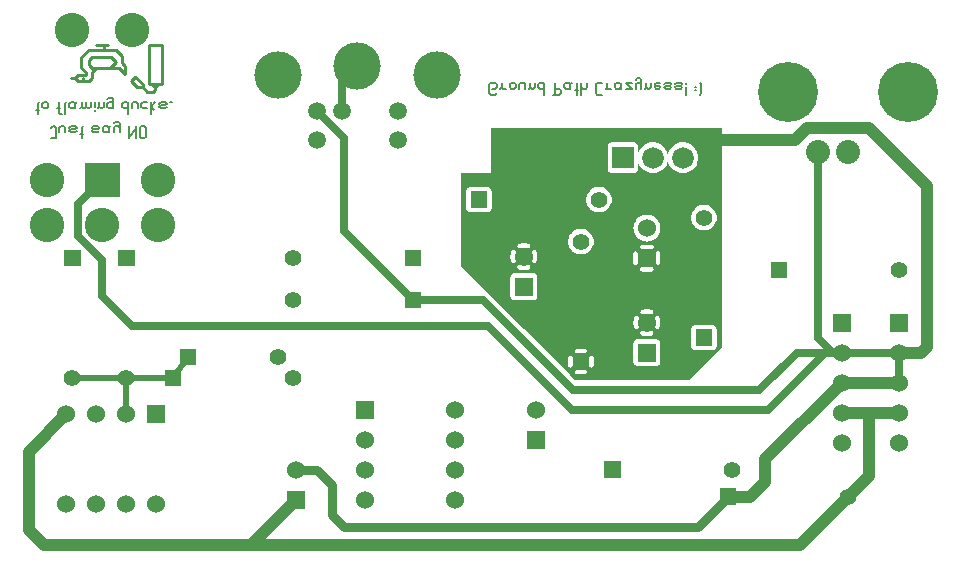
<source format=gbr>
G04 start of page 3 for group 1 idx 1 *
G04 Title: (unknown), solder *
G04 Creator: pcb 20110918 *
G04 CreationDate: Fri Dec 20 22:34:44 2013 UTC *
G04 For: fosse *
G04 Format: Gerber/RS-274X *
G04 PCB-Dimensions: 316500 193500 *
G04 PCB-Coordinate-Origin: lower left *
%MOIN*%
%FSLAX25Y25*%
%LNBOTTOM*%
%ADD52C,0.1250*%
%ADD51C,0.0280*%
%ADD50C,0.0380*%
%ADD49C,0.0420*%
%ADD48C,0.0350*%
%ADD47C,0.0860*%
%ADD46C,0.0591*%
%ADD45C,0.1575*%
%ADD44C,0.1150*%
%ADD43C,0.0550*%
%ADD42C,0.0600*%
%ADD41C,0.0720*%
%ADD40C,0.0800*%
%ADD39C,0.2000*%
%ADD38C,0.0070*%
%ADD37C,0.0300*%
%ADD36C,0.0090*%
%ADD35C,0.0100*%
%ADD34C,0.0250*%
%ADD33C,0.0200*%
%ADD32C,0.0400*%
%ADD31C,0.0001*%
G54D31*G36*
X232493Y144466D02*X232528Y144029D01*
X232638Y143570D01*
X232819Y143134D01*
X233065Y142731D01*
X233372Y142372D01*
X233731Y142065D01*
X234134Y141819D01*
X234570Y141638D01*
X235029Y141528D01*
X235500Y141500D01*
X238500D01*
Y75500D01*
X232493Y69493D01*
Y74257D01*
X235485Y74264D01*
X235715Y74319D01*
X235933Y74409D01*
X236134Y74533D01*
X236314Y74686D01*
X236467Y74866D01*
X236591Y75067D01*
X236681Y75285D01*
X236736Y75515D01*
X236750Y75750D01*
X236736Y81485D01*
X236681Y81715D01*
X236591Y81933D01*
X236467Y82134D01*
X236314Y82314D01*
X236134Y82467D01*
X235933Y82591D01*
X235715Y82681D01*
X235485Y82736D01*
X235250Y82750D01*
X232493Y82743D01*
Y114237D01*
X232500Y114237D01*
X233167Y114289D01*
X233817Y114446D01*
X234435Y114702D01*
X235006Y115051D01*
X235514Y115486D01*
X235949Y115994D01*
X236298Y116565D01*
X236554Y117183D01*
X236711Y117833D01*
X236750Y118500D01*
X236711Y119167D01*
X236554Y119817D01*
X236298Y120435D01*
X235949Y121006D01*
X235514Y121514D01*
X235006Y121949D01*
X234435Y122298D01*
X233817Y122554D01*
X233167Y122711D01*
X232500Y122763D01*
X232493Y122763D01*
Y144466D01*
G37*
G36*
Y148500D02*X238500D01*
Y147500D01*
X235500D01*
X235029Y147472D01*
X234570Y147362D01*
X234134Y147181D01*
X233731Y146935D01*
X233372Y146628D01*
X233065Y146269D01*
X232819Y145866D01*
X232638Y145430D01*
X232528Y144971D01*
X232493Y144534D01*
Y148500D01*
G37*
G36*
X217250D02*X232493D01*
Y144534D01*
X232491Y144500D01*
X232493Y144466D01*
Y122763D01*
X231833Y122711D01*
X231183Y122554D01*
X230565Y122298D01*
X229994Y121949D01*
X229486Y121514D01*
X229051Y121006D01*
X228702Y120435D01*
X228446Y119817D01*
X228289Y119167D01*
X228237Y118500D01*
X228289Y117833D01*
X228446Y117183D01*
X228702Y116565D01*
X229051Y115994D01*
X229486Y115486D01*
X229994Y115051D01*
X230565Y114702D01*
X231183Y114446D01*
X231833Y114289D01*
X232493Y114237D01*
Y82743D01*
X229515Y82736D01*
X229285Y82681D01*
X229067Y82591D01*
X228866Y82467D01*
X228686Y82314D01*
X228533Y82134D01*
X228409Y81933D01*
X228319Y81715D01*
X228264Y81485D01*
X228250Y81250D01*
X228264Y75515D01*
X228319Y75285D01*
X228409Y75067D01*
X228533Y74866D01*
X228686Y74686D01*
X228866Y74533D01*
X229067Y74409D01*
X229285Y74319D01*
X229515Y74264D01*
X229750Y74250D01*
X232493Y74257D01*
Y69493D01*
X227500Y64500D01*
X217250D01*
Y69200D01*
X217384Y69283D01*
X217564Y69436D01*
X217717Y69616D01*
X217841Y69817D01*
X217931Y70035D01*
X217986Y70265D01*
X218000Y70500D01*
X217986Y76735D01*
X217931Y76965D01*
X217841Y77183D01*
X217717Y77384D01*
X217564Y77564D01*
X217384Y77717D01*
X217250Y77800D01*
Y81391D01*
X217268Y81397D01*
X217373Y81452D01*
X217468Y81522D01*
X217551Y81606D01*
X217619Y81702D01*
X217670Y81808D01*
X217818Y82216D01*
X217922Y82637D01*
X217984Y83067D01*
X218005Y83500D01*
X217984Y83933D01*
X217922Y84363D01*
X217818Y84784D01*
X217675Y85194D01*
X217622Y85300D01*
X217553Y85396D01*
X217470Y85481D01*
X217375Y85551D01*
X217269Y85606D01*
X217250Y85612D01*
Y102748D01*
X217368Y102757D01*
X217482Y102785D01*
X217592Y102830D01*
X217692Y102891D01*
X217782Y102968D01*
X217859Y103058D01*
X217920Y103158D01*
X217965Y103268D01*
X217993Y103382D01*
X218000Y103500D01*
Y106500D01*
X217993Y106618D01*
X217965Y106732D01*
X217920Y106842D01*
X217859Y106942D01*
X217782Y107032D01*
X217692Y107109D01*
X217592Y107170D01*
X217482Y107215D01*
X217368Y107243D01*
X217250Y107252D01*
Y112507D01*
X217522Y112951D01*
X217793Y113605D01*
X217958Y114294D01*
X218000Y115000D01*
X217958Y115706D01*
X217793Y116395D01*
X217522Y117049D01*
X217250Y117493D01*
Y133705D01*
X217822Y133942D01*
X218507Y134361D01*
X219117Y134883D01*
X219639Y135493D01*
X220058Y136178D01*
X220365Y136919D01*
X220500Y137480D01*
X220635Y136919D01*
X220942Y136178D01*
X221361Y135493D01*
X221883Y134883D01*
X222493Y134361D01*
X223178Y133942D01*
X223919Y133635D01*
X224700Y133447D01*
X225500Y133384D01*
X226300Y133447D01*
X227081Y133635D01*
X227822Y133942D01*
X228507Y134361D01*
X229117Y134883D01*
X229639Y135493D01*
X230058Y136178D01*
X230365Y136919D01*
X230553Y137700D01*
X230600Y138500D01*
X230553Y139300D01*
X230365Y140081D01*
X230058Y140822D01*
X229639Y141507D01*
X229117Y142117D01*
X228507Y142639D01*
X227822Y143058D01*
X227081Y143365D01*
X226300Y143553D01*
X225500Y143616D01*
X224700Y143553D01*
X223919Y143365D01*
X223178Y143058D01*
X222493Y142639D01*
X221883Y142117D01*
X221361Y141507D01*
X220942Y140822D01*
X220635Y140081D01*
X220500Y139520D01*
X220365Y140081D01*
X220058Y140822D01*
X219639Y141507D01*
X219117Y142117D01*
X218507Y142639D01*
X217822Y143058D01*
X217250Y143295D01*
Y148500D01*
G37*
G36*
Y117493D02*X217152Y117653D01*
X216692Y118192D01*
X216153Y118652D01*
X215549Y119022D01*
X215500Y119042D01*
Y133384D01*
X216300Y133447D01*
X217081Y133635D01*
X217250Y133705D01*
Y117493D01*
G37*
G36*
Y77800D02*X217183Y77841D01*
X216965Y77931D01*
X216735Y77986D01*
X216500Y78000D01*
X215500Y77998D01*
Y79556D01*
X215551Y79625D01*
X215606Y79731D01*
X215643Y79843D01*
X215663Y79960D01*
X215664Y80079D01*
X215646Y80196D01*
X215610Y80309D01*
X215557Y80415D01*
X215500Y80495D01*
Y86511D01*
X215554Y86587D01*
X215607Y86692D01*
X215643Y86805D01*
X215660Y86921D01*
X215659Y87039D01*
X215640Y87156D01*
X215603Y87268D01*
X215548Y87373D01*
X215500Y87438D01*
Y100691D01*
X215532Y100718D01*
X215609Y100808D01*
X215670Y100908D01*
X215715Y101018D01*
X215743Y101132D01*
X215752Y101250D01*
X215743Y101368D01*
X215715Y101482D01*
X215670Y101592D01*
X215609Y101692D01*
X215532Y101782D01*
X215500Y101809D01*
Y108191D01*
X215532Y108218D01*
X215609Y108308D01*
X215670Y108408D01*
X215715Y108518D01*
X215743Y108632D01*
X215752Y108750D01*
X215743Y108868D01*
X215715Y108982D01*
X215670Y109092D01*
X215609Y109192D01*
X215532Y109282D01*
X215500Y109309D01*
Y110958D01*
X215549Y110978D01*
X216153Y111348D01*
X216692Y111808D01*
X217152Y112347D01*
X217250Y112507D01*
Y107252D01*
X217132Y107243D01*
X217018Y107215D01*
X216908Y107170D01*
X216808Y107109D01*
X216718Y107032D01*
X216641Y106942D01*
X216580Y106842D01*
X216535Y106732D01*
X216507Y106618D01*
X216500Y106500D01*
Y103500D01*
X216507Y103382D01*
X216535Y103268D01*
X216580Y103158D01*
X216641Y103058D01*
X216718Y102968D01*
X216808Y102891D01*
X216908Y102830D01*
X217018Y102785D01*
X217132Y102757D01*
X217250Y102748D01*
Y85612D01*
X217157Y85643D01*
X217040Y85663D01*
X216921Y85664D01*
X216804Y85646D01*
X216691Y85610D01*
X216585Y85557D01*
X216488Y85488D01*
X216404Y85405D01*
X216333Y85309D01*
X216279Y85204D01*
X216241Y85092D01*
X216222Y84975D01*
X216221Y84856D01*
X216239Y84739D01*
X216277Y84626D01*
X216376Y84355D01*
X216444Y84075D01*
X216486Y83789D01*
X216500Y83500D01*
X216486Y83211D01*
X216444Y82925D01*
X216376Y82645D01*
X216280Y82372D01*
X216242Y82261D01*
X216225Y82144D01*
X216225Y82026D01*
X216245Y81909D01*
X216282Y81797D01*
X216336Y81693D01*
X216406Y81598D01*
X216491Y81515D01*
X216587Y81446D01*
X216692Y81393D01*
X216805Y81357D01*
X216921Y81340D01*
X217039Y81341D01*
X217156Y81360D01*
X217250Y81391D01*
Y77800D01*
G37*
G36*
Y64500D02*X215500D01*
Y69011D01*
X216735Y69014D01*
X216965Y69069D01*
X217183Y69159D01*
X217250Y69200D01*
Y64500D01*
G37*
G36*
X215500Y148500D02*X217250D01*
Y143295D01*
X217081Y143365D01*
X216300Y143553D01*
X215500Y143616D01*
Y148500D01*
G37*
G36*
X209750Y69200D02*X209817Y69159D01*
X210035Y69069D01*
X210265Y69014D01*
X210500Y69000D01*
X215500Y69011D01*
Y64500D01*
X209750D01*
Y69200D01*
G37*
G36*
Y112507D02*X209848Y112347D01*
X210308Y111808D01*
X210847Y111348D01*
X211451Y110978D01*
X212105Y110707D01*
X212794Y110542D01*
X213500Y110486D01*
X214206Y110542D01*
X214895Y110707D01*
X215500Y110958D01*
Y109309D01*
X215442Y109359D01*
X215342Y109420D01*
X215232Y109465D01*
X215118Y109493D01*
X215000Y109500D01*
X212000D01*
X211882Y109493D01*
X211768Y109465D01*
X211658Y109420D01*
X211558Y109359D01*
X211468Y109282D01*
X211391Y109192D01*
X211330Y109092D01*
X211285Y108982D01*
X211257Y108868D01*
X211248Y108750D01*
X211257Y108632D01*
X211285Y108518D01*
X211330Y108408D01*
X211391Y108308D01*
X211468Y108218D01*
X211558Y108141D01*
X211658Y108080D01*
X211768Y108035D01*
X211882Y108007D01*
X212000Y108000D01*
X215000D01*
X215118Y108007D01*
X215232Y108035D01*
X215342Y108080D01*
X215442Y108141D01*
X215500Y108191D01*
Y101809D01*
X215442Y101859D01*
X215342Y101920D01*
X215232Y101965D01*
X215118Y101993D01*
X215000Y102000D01*
X212000D01*
X211882Y101993D01*
X211768Y101965D01*
X211658Y101920D01*
X211558Y101859D01*
X211468Y101782D01*
X211391Y101692D01*
X211330Y101592D01*
X211285Y101482D01*
X211257Y101368D01*
X211248Y101250D01*
X211257Y101132D01*
X211285Y101018D01*
X211330Y100908D01*
X211391Y100808D01*
X211468Y100718D01*
X211558Y100641D01*
X211658Y100580D01*
X211768Y100535D01*
X211882Y100507D01*
X212000Y100500D01*
X215000D01*
X215118Y100507D01*
X215232Y100535D01*
X215342Y100580D01*
X215442Y100641D01*
X215500Y100691D01*
Y87438D01*
X215478Y87468D01*
X215394Y87551D01*
X215298Y87619D01*
X215192Y87670D01*
X214784Y87818D01*
X214363Y87922D01*
X213933Y87984D01*
X213500Y88005D01*
X213067Y87984D01*
X212637Y87922D01*
X212216Y87818D01*
X211806Y87675D01*
X211700Y87622D01*
X211604Y87553D01*
X211519Y87470D01*
X211449Y87375D01*
X211394Y87269D01*
X211357Y87157D01*
X211337Y87040D01*
X211336Y86921D01*
X211354Y86804D01*
X211390Y86691D01*
X211443Y86585D01*
X211512Y86488D01*
X211595Y86404D01*
X211691Y86333D01*
X211796Y86279D01*
X211908Y86241D01*
X212025Y86222D01*
X212144Y86221D01*
X212261Y86239D01*
X212374Y86277D01*
X212645Y86376D01*
X212925Y86444D01*
X213211Y86486D01*
X213500Y86500D01*
X213789Y86486D01*
X214075Y86444D01*
X214355Y86376D01*
X214628Y86280D01*
X214739Y86242D01*
X214856Y86225D01*
X214974Y86225D01*
X215091Y86245D01*
X215203Y86282D01*
X215307Y86336D01*
X215402Y86406D01*
X215485Y86491D01*
X215500Y86511D01*
Y80495D01*
X215488Y80512D01*
X215405Y80596D01*
X215309Y80667D01*
X215204Y80721D01*
X215092Y80759D01*
X214975Y80778D01*
X214856Y80779D01*
X214739Y80761D01*
X214626Y80723D01*
X214355Y80624D01*
X214075Y80556D01*
X213789Y80514D01*
X213500Y80500D01*
X213211Y80514D01*
X212925Y80556D01*
X212645Y80624D01*
X212372Y80720D01*
X212261Y80758D01*
X212144Y80775D01*
X212026Y80775D01*
X211909Y80755D01*
X211797Y80718D01*
X211693Y80664D01*
X211598Y80594D01*
X211515Y80509D01*
X211446Y80413D01*
X211393Y80308D01*
X211357Y80195D01*
X211340Y80079D01*
X211341Y79961D01*
X211360Y79844D01*
X211397Y79732D01*
X211452Y79627D01*
X211522Y79532D01*
X211606Y79449D01*
X211702Y79381D01*
X211808Y79330D01*
X212216Y79182D01*
X212637Y79078D01*
X213067Y79016D01*
X213500Y78995D01*
X213933Y79016D01*
X214363Y79078D01*
X214784Y79182D01*
X215194Y79325D01*
X215300Y79378D01*
X215396Y79447D01*
X215481Y79530D01*
X215500Y79556D01*
Y77998D01*
X210265Y77986D01*
X210035Y77931D01*
X209817Y77841D01*
X209750Y77800D01*
Y81388D01*
X209843Y81357D01*
X209960Y81337D01*
X210079Y81336D01*
X210196Y81354D01*
X210309Y81390D01*
X210415Y81443D01*
X210512Y81512D01*
X210596Y81595D01*
X210667Y81691D01*
X210721Y81796D01*
X210759Y81908D01*
X210778Y82025D01*
X210779Y82144D01*
X210761Y82261D01*
X210723Y82374D01*
X210624Y82645D01*
X210556Y82925D01*
X210514Y83211D01*
X210500Y83500D01*
X210514Y83789D01*
X210556Y84075D01*
X210624Y84355D01*
X210720Y84628D01*
X210758Y84739D01*
X210775Y84856D01*
X210775Y84974D01*
X210755Y85091D01*
X210718Y85203D01*
X210664Y85307D01*
X210594Y85402D01*
X210509Y85485D01*
X210413Y85554D01*
X210308Y85607D01*
X210195Y85643D01*
X210079Y85660D01*
X209961Y85659D01*
X209844Y85640D01*
X209750Y85609D01*
Y102748D01*
X209868Y102757D01*
X209982Y102785D01*
X210092Y102830D01*
X210192Y102891D01*
X210282Y102968D01*
X210359Y103058D01*
X210420Y103158D01*
X210465Y103268D01*
X210493Y103382D01*
X210500Y103500D01*
Y106500D01*
X210493Y106618D01*
X210465Y106732D01*
X210420Y106842D01*
X210359Y106942D01*
X210282Y107032D01*
X210192Y107109D01*
X210092Y107170D01*
X209982Y107215D01*
X209868Y107243D01*
X209750Y107252D01*
Y112507D01*
G37*
G36*
Y133546D02*X209783Y133559D01*
X209984Y133683D01*
X210164Y133836D01*
X210317Y134016D01*
X210441Y134217D01*
X210531Y134435D01*
X210586Y134665D01*
X210600Y134900D01*
X210596Y137080D01*
X210635Y136919D01*
X210942Y136178D01*
X211361Y135493D01*
X211883Y134883D01*
X212493Y134361D01*
X213178Y133942D01*
X213919Y133635D01*
X214700Y133447D01*
X215500Y133384D01*
Y119042D01*
X214895Y119293D01*
X214206Y119458D01*
X213500Y119514D01*
X212794Y119458D01*
X212105Y119293D01*
X211451Y119022D01*
X210847Y118652D01*
X210308Y118192D01*
X209848Y117653D01*
X209750Y117493D01*
Y133546D01*
G37*
G36*
Y148500D02*X215500D01*
Y143616D01*
X214700Y143553D01*
X213919Y143365D01*
X213178Y143058D01*
X212493Y142639D01*
X211883Y142117D01*
X211361Y141507D01*
X210942Y140822D01*
X210635Y140081D01*
X210591Y139898D01*
X210586Y142335D01*
X210531Y142565D01*
X210441Y142783D01*
X210317Y142984D01*
X210164Y143164D01*
X209984Y143317D01*
X209783Y143441D01*
X209750Y143454D01*
Y148500D01*
G37*
G36*
X195000D02*X209750D01*
Y143454D01*
X209565Y143531D01*
X209335Y143586D01*
X209100Y143600D01*
X201665Y143586D01*
X201435Y143531D01*
X201217Y143441D01*
X201016Y143317D01*
X200836Y143164D01*
X200683Y142984D01*
X200559Y142783D01*
X200469Y142565D01*
X200414Y142335D01*
X200400Y142100D01*
X200414Y134665D01*
X200469Y134435D01*
X200559Y134217D01*
X200683Y134016D01*
X200836Y133836D01*
X201016Y133683D01*
X201217Y133559D01*
X201435Y133469D01*
X201665Y133414D01*
X201900Y133400D01*
X209335Y133414D01*
X209565Y133469D01*
X209750Y133546D01*
Y117493D01*
X209478Y117049D01*
X209207Y116395D01*
X209042Y115706D01*
X208986Y115000D01*
X209042Y114294D01*
X209207Y113605D01*
X209478Y112951D01*
X209750Y112507D01*
Y107252D01*
X209632Y107243D01*
X209518Y107215D01*
X209408Y107170D01*
X209308Y107109D01*
X209218Y107032D01*
X209141Y106942D01*
X209080Y106842D01*
X209035Y106732D01*
X209007Y106618D01*
X209000Y106500D01*
Y103500D01*
X209007Y103382D01*
X209035Y103268D01*
X209080Y103158D01*
X209141Y103058D01*
X209218Y102968D01*
X209308Y102891D01*
X209408Y102830D01*
X209518Y102785D01*
X209632Y102757D01*
X209750Y102748D01*
Y85609D01*
X209732Y85603D01*
X209627Y85548D01*
X209532Y85478D01*
X209449Y85394D01*
X209381Y85298D01*
X209330Y85192D01*
X209182Y84784D01*
X209078Y84363D01*
X209016Y83933D01*
X208995Y83500D01*
X209016Y83067D01*
X209078Y82637D01*
X209182Y82216D01*
X209325Y81806D01*
X209378Y81700D01*
X209447Y81604D01*
X209530Y81519D01*
X209625Y81449D01*
X209731Y81394D01*
X209750Y81388D01*
Y77800D01*
X209616Y77717D01*
X209436Y77564D01*
X209283Y77384D01*
X209159Y77183D01*
X209069Y76965D01*
X209014Y76735D01*
X209000Y76500D01*
X209014Y70265D01*
X209069Y70035D01*
X209159Y69817D01*
X209283Y69616D01*
X209436Y69436D01*
X209616Y69283D01*
X209750Y69200D01*
Y64500D01*
X195000D01*
Y68498D01*
X195118Y68507D01*
X195232Y68535D01*
X195342Y68580D01*
X195442Y68641D01*
X195532Y68718D01*
X195609Y68808D01*
X195670Y68908D01*
X195715Y69018D01*
X195743Y69132D01*
X195750Y69250D01*
Y71750D01*
X195743Y71868D01*
X195715Y71982D01*
X195670Y72092D01*
X195609Y72192D01*
X195532Y72282D01*
X195442Y72359D01*
X195342Y72420D01*
X195232Y72465D01*
X195118Y72493D01*
X195000Y72502D01*
Y108078D01*
X195298Y108565D01*
X195554Y109183D01*
X195711Y109833D01*
X195750Y110500D01*
X195711Y111167D01*
X195554Y111817D01*
X195298Y112435D01*
X195000Y112922D01*
Y121048D01*
X195565Y120702D01*
X196183Y120446D01*
X196833Y120289D01*
X197500Y120237D01*
X198167Y120289D01*
X198817Y120446D01*
X199435Y120702D01*
X200006Y121051D01*
X200514Y121486D01*
X200949Y121994D01*
X201298Y122565D01*
X201554Y123183D01*
X201711Y123833D01*
X201750Y124500D01*
X201711Y125167D01*
X201554Y125817D01*
X201298Y126435D01*
X200949Y127006D01*
X200514Y127514D01*
X200006Y127949D01*
X199435Y128298D01*
X198817Y128554D01*
X198167Y128711D01*
X197500Y128763D01*
X196833Y128711D01*
X196183Y128554D01*
X195565Y128298D01*
X195000Y127952D01*
Y148500D01*
G37*
G36*
Y64500D02*X191500D01*
Y66250D01*
X192750D01*
X192868Y66257D01*
X192982Y66285D01*
X193092Y66330D01*
X193192Y66391D01*
X193282Y66468D01*
X193359Y66558D01*
X193420Y66658D01*
X193465Y66768D01*
X193493Y66882D01*
X193502Y67000D01*
X193493Y67118D01*
X193465Y67232D01*
X193420Y67342D01*
X193359Y67442D01*
X193282Y67532D01*
X193192Y67609D01*
X193092Y67670D01*
X192982Y67715D01*
X192868Y67743D01*
X192750Y67750D01*
X191500D01*
Y73250D01*
X192750D01*
X192868Y73257D01*
X192982Y73285D01*
X193092Y73330D01*
X193192Y73391D01*
X193282Y73468D01*
X193359Y73558D01*
X193420Y73658D01*
X193465Y73768D01*
X193493Y73882D01*
X193502Y74000D01*
X193493Y74118D01*
X193465Y74232D01*
X193420Y74342D01*
X193359Y74442D01*
X193282Y74532D01*
X193192Y74609D01*
X193092Y74670D01*
X192982Y74715D01*
X192868Y74743D01*
X192750Y74750D01*
X191500D01*
Y106237D01*
X192167Y106289D01*
X192817Y106446D01*
X193435Y106702D01*
X194006Y107051D01*
X194514Y107486D01*
X194949Y107994D01*
X195000Y108078D01*
Y72502D01*
X194882Y72493D01*
X194768Y72465D01*
X194658Y72420D01*
X194558Y72359D01*
X194468Y72282D01*
X194391Y72192D01*
X194330Y72092D01*
X194285Y71982D01*
X194257Y71868D01*
X194250Y71750D01*
Y69250D01*
X194257Y69132D01*
X194285Y69018D01*
X194330Y68908D01*
X194391Y68808D01*
X194468Y68718D01*
X194558Y68641D01*
X194658Y68580D01*
X194768Y68535D01*
X194882Y68507D01*
X195000Y68498D01*
Y64500D01*
G37*
G36*
X191500Y148500D02*X195000D01*
Y127952D01*
X194994Y127949D01*
X194486Y127514D01*
X194051Y127006D01*
X193702Y126435D01*
X193446Y125817D01*
X193289Y125167D01*
X193237Y124500D01*
X193289Y123833D01*
X193446Y123183D01*
X193702Y122565D01*
X194051Y121994D01*
X194486Y121486D01*
X194994Y121051D01*
X195000Y121048D01*
Y112922D01*
X194949Y113006D01*
X194514Y113514D01*
X194006Y113949D01*
X193435Y114298D01*
X192817Y114554D01*
X192167Y114711D01*
X191500Y114763D01*
Y148500D01*
G37*
G36*
X188000Y108078D02*X188051Y107994D01*
X188486Y107486D01*
X188994Y107051D01*
X189565Y106702D01*
X190183Y106446D01*
X190833Y106289D01*
X191500Y106237D01*
X191500D01*
Y74750D01*
X190250D01*
X190132Y74743D01*
X190018Y74715D01*
X189908Y74670D01*
X189808Y74609D01*
X189718Y74532D01*
X189641Y74442D01*
X189580Y74342D01*
X189535Y74232D01*
X189507Y74118D01*
X189498Y74000D01*
X189507Y73882D01*
X189535Y73768D01*
X189580Y73658D01*
X189641Y73558D01*
X189718Y73468D01*
X189808Y73391D01*
X189908Y73330D01*
X190018Y73285D01*
X190132Y73257D01*
X190250Y73250D01*
X191500D01*
Y67750D01*
X190250D01*
X190132Y67743D01*
X190018Y67715D01*
X189908Y67670D01*
X189808Y67609D01*
X189718Y67532D01*
X189641Y67442D01*
X189580Y67342D01*
X189535Y67232D01*
X189507Y67118D01*
X189498Y67000D01*
X189507Y66882D01*
X189535Y66768D01*
X189580Y66658D01*
X189641Y66558D01*
X189718Y66468D01*
X189808Y66391D01*
X189908Y66330D01*
X190018Y66285D01*
X190132Y66257D01*
X190250Y66250D01*
X191500D01*
Y64500D01*
X189500D01*
X188000Y66000D01*
Y68498D01*
X188118Y68507D01*
X188232Y68535D01*
X188342Y68580D01*
X188442Y68641D01*
X188532Y68718D01*
X188609Y68808D01*
X188670Y68908D01*
X188715Y69018D01*
X188743Y69132D01*
X188750Y69250D01*
Y71750D01*
X188743Y71868D01*
X188715Y71982D01*
X188670Y72092D01*
X188609Y72192D01*
X188532Y72282D01*
X188442Y72359D01*
X188342Y72420D01*
X188232Y72465D01*
X188118Y72493D01*
X188000Y72502D01*
Y108078D01*
G37*
G36*
Y148500D02*X191500D01*
Y114763D01*
X191500D01*
X190833Y114711D01*
X190183Y114554D01*
X189565Y114298D01*
X188994Y113949D01*
X188486Y113514D01*
X188051Y113006D01*
X188000Y112922D01*
Y148500D01*
G37*
G36*
X176113D02*X188000D01*
Y112922D01*
X187702Y112435D01*
X187446Y111817D01*
X187289Y111167D01*
X187237Y110500D01*
X187289Y109833D01*
X187446Y109183D01*
X187702Y108565D01*
X188000Y108078D01*
Y72502D01*
X187882Y72493D01*
X187768Y72465D01*
X187658Y72420D01*
X187558Y72359D01*
X187468Y72282D01*
X187391Y72192D01*
X187330Y72092D01*
X187285Y71982D01*
X187257Y71868D01*
X187250Y71750D01*
Y69250D01*
X187257Y69132D01*
X187285Y69018D01*
X187330Y68908D01*
X187391Y68808D01*
X187468Y68718D01*
X187558Y68641D01*
X187658Y68580D01*
X187768Y68535D01*
X187882Y68507D01*
X188000Y68498D01*
Y66000D01*
X176113Y77887D01*
Y91130D01*
X176183Y91159D01*
X176384Y91283D01*
X176564Y91436D01*
X176717Y91616D01*
X176841Y91817D01*
X176931Y92035D01*
X176986Y92265D01*
X177000Y92500D01*
X176986Y98735D01*
X176931Y98965D01*
X176841Y99183D01*
X176717Y99384D01*
X176564Y99564D01*
X176384Y99717D01*
X176183Y99841D01*
X176113Y99870D01*
Y103353D01*
X176156Y103360D01*
X176268Y103397D01*
X176373Y103452D01*
X176468Y103522D01*
X176551Y103606D01*
X176619Y103702D01*
X176670Y103808D01*
X176818Y104216D01*
X176922Y104637D01*
X176984Y105067D01*
X177005Y105500D01*
X176984Y105933D01*
X176922Y106363D01*
X176818Y106784D01*
X176675Y107194D01*
X176622Y107300D01*
X176553Y107396D01*
X176470Y107481D01*
X176375Y107551D01*
X176269Y107606D01*
X176157Y107643D01*
X176113Y107651D01*
Y148500D01*
G37*
G36*
Y77887D02*X172500Y81500D01*
Y91007D01*
X175735Y91014D01*
X175965Y91069D01*
X176113Y91130D01*
Y77887D01*
G37*
G36*
X172500Y148500D02*X176113D01*
Y107651D01*
X176040Y107663D01*
X175921Y107664D01*
X175804Y107646D01*
X175691Y107610D01*
X175585Y107557D01*
X175488Y107488D01*
X175404Y107405D01*
X175333Y107309D01*
X175279Y107204D01*
X175241Y107092D01*
X175222Y106975D01*
X175221Y106856D01*
X175239Y106739D01*
X175277Y106626D01*
X175376Y106355D01*
X175444Y106075D01*
X175486Y105789D01*
X175500Y105500D01*
X175486Y105211D01*
X175444Y104925D01*
X175376Y104645D01*
X175280Y104372D01*
X175242Y104261D01*
X175225Y104144D01*
X175225Y104026D01*
X175245Y103909D01*
X175282Y103797D01*
X175336Y103693D01*
X175406Y103598D01*
X175491Y103515D01*
X175587Y103446D01*
X175692Y103393D01*
X175805Y103357D01*
X175921Y103340D01*
X176039Y103341D01*
X176113Y103353D01*
Y99870D01*
X175965Y99931D01*
X175735Y99986D01*
X175500Y100000D01*
X172500Y99993D01*
Y100995D01*
X172933Y101016D01*
X173363Y101078D01*
X173784Y101182D01*
X174194Y101325D01*
X174300Y101378D01*
X174396Y101447D01*
X174481Y101530D01*
X174551Y101625D01*
X174606Y101731D01*
X174643Y101843D01*
X174663Y101960D01*
X174664Y102079D01*
X174646Y102196D01*
X174610Y102309D01*
X174557Y102415D01*
X174488Y102512D01*
X174405Y102596D01*
X174309Y102667D01*
X174204Y102721D01*
X174092Y102759D01*
X173975Y102778D01*
X173856Y102779D01*
X173739Y102761D01*
X173626Y102723D01*
X173355Y102624D01*
X173075Y102556D01*
X172789Y102514D01*
X172500Y102500D01*
Y108500D01*
X172789Y108486D01*
X173075Y108444D01*
X173355Y108376D01*
X173628Y108280D01*
X173739Y108242D01*
X173856Y108225D01*
X173974Y108225D01*
X174091Y108245D01*
X174203Y108282D01*
X174307Y108336D01*
X174402Y108406D01*
X174485Y108491D01*
X174554Y108587D01*
X174607Y108692D01*
X174643Y108805D01*
X174660Y108921D01*
X174659Y109039D01*
X174640Y109156D01*
X174603Y109268D01*
X174548Y109373D01*
X174478Y109468D01*
X174394Y109551D01*
X174298Y109619D01*
X174192Y109670D01*
X173784Y109818D01*
X173363Y109922D01*
X172933Y109984D01*
X172500Y110005D01*
Y148500D01*
G37*
G36*
X168887Y91130D02*X169035Y91069D01*
X169265Y91014D01*
X169500Y91000D01*
X172500Y91007D01*
Y81500D01*
X168887Y85113D01*
Y91130D01*
G37*
G36*
Y148500D02*X172500D01*
Y110005D01*
X172067Y109984D01*
X171637Y109922D01*
X171216Y109818D01*
X170806Y109675D01*
X170700Y109622D01*
X170604Y109553D01*
X170519Y109470D01*
X170449Y109375D01*
X170394Y109269D01*
X170357Y109157D01*
X170337Y109040D01*
X170336Y108921D01*
X170354Y108804D01*
X170390Y108691D01*
X170443Y108585D01*
X170512Y108488D01*
X170595Y108404D01*
X170691Y108333D01*
X170796Y108279D01*
X170908Y108241D01*
X171025Y108222D01*
X171144Y108221D01*
X171261Y108239D01*
X171374Y108277D01*
X171645Y108376D01*
X171925Y108444D01*
X172211Y108486D01*
X172500Y108500D01*
Y102500D01*
X172211Y102514D01*
X171925Y102556D01*
X171645Y102624D01*
X171372Y102720D01*
X171261Y102758D01*
X171144Y102775D01*
X171026Y102775D01*
X170909Y102755D01*
X170797Y102718D01*
X170693Y102664D01*
X170598Y102594D01*
X170515Y102509D01*
X170446Y102413D01*
X170393Y102308D01*
X170357Y102195D01*
X170340Y102079D01*
X170341Y101961D01*
X170360Y101844D01*
X170397Y101732D01*
X170452Y101627D01*
X170522Y101532D01*
X170606Y101449D01*
X170702Y101381D01*
X170808Y101330D01*
X171216Y101182D01*
X171637Y101078D01*
X172067Y101016D01*
X172500Y100995D01*
Y99993D01*
X169265Y99986D01*
X169035Y99931D01*
X168887Y99870D01*
Y103349D01*
X168960Y103337D01*
X169079Y103336D01*
X169196Y103354D01*
X169309Y103390D01*
X169415Y103443D01*
X169512Y103512D01*
X169596Y103595D01*
X169667Y103691D01*
X169721Y103796D01*
X169759Y103908D01*
X169778Y104025D01*
X169779Y104144D01*
X169761Y104261D01*
X169723Y104374D01*
X169624Y104645D01*
X169556Y104925D01*
X169514Y105211D01*
X169500Y105500D01*
X169514Y105789D01*
X169556Y106075D01*
X169624Y106355D01*
X169720Y106628D01*
X169758Y106739D01*
X169775Y106856D01*
X169775Y106974D01*
X169755Y107091D01*
X169718Y107203D01*
X169664Y107307D01*
X169594Y107402D01*
X169509Y107485D01*
X169413Y107554D01*
X169308Y107607D01*
X169195Y107643D01*
X169079Y107660D01*
X168961Y107659D01*
X168887Y107647D01*
Y148500D01*
G37*
G36*
X161500D02*X168887D01*
Y107647D01*
X168844Y107640D01*
X168732Y107603D01*
X168627Y107548D01*
X168532Y107478D01*
X168449Y107394D01*
X168381Y107298D01*
X168330Y107192D01*
X168182Y106784D01*
X168078Y106363D01*
X168016Y105933D01*
X167995Y105500D01*
X168016Y105067D01*
X168078Y104637D01*
X168182Y104216D01*
X168325Y103806D01*
X168378Y103700D01*
X168447Y103604D01*
X168530Y103519D01*
X168625Y103449D01*
X168731Y103394D01*
X168843Y103357D01*
X168887Y103349D01*
Y99870D01*
X168817Y99841D01*
X168616Y99717D01*
X168436Y99564D01*
X168283Y99384D01*
X168159Y99183D01*
X168069Y98965D01*
X168014Y98735D01*
X168000Y98500D01*
X168014Y92265D01*
X168069Y92035D01*
X168159Y91817D01*
X168283Y91616D01*
X168436Y91436D01*
X168616Y91283D01*
X168817Y91159D01*
X168887Y91130D01*
Y85113D01*
X157500Y96500D01*
Y120257D01*
X160485Y120264D01*
X160715Y120319D01*
X160933Y120409D01*
X161134Y120533D01*
X161314Y120686D01*
X161467Y120866D01*
X161591Y121067D01*
X161681Y121285D01*
X161736Y121515D01*
X161750Y121750D01*
X161736Y127485D01*
X161681Y127715D01*
X161591Y127933D01*
X161467Y128134D01*
X161314Y128314D01*
X161134Y128467D01*
X160933Y128591D01*
X160715Y128681D01*
X160485Y128736D01*
X160250Y128750D01*
X157500Y128743D01*
Y133500D01*
X161500D01*
Y148500D01*
G37*
G36*
X157500Y96500D02*X151500Y102500D01*
Y133500D01*
X157500D01*
Y128743D01*
X154515Y128736D01*
X154285Y128681D01*
X154067Y128591D01*
X153866Y128467D01*
X153686Y128314D01*
X153533Y128134D01*
X153409Y127933D01*
X153319Y127715D01*
X153264Y127485D01*
X153250Y127250D01*
X153264Y121515D01*
X153319Y121285D01*
X153409Y121067D01*
X153533Y120866D01*
X153686Y120686D01*
X153866Y120533D01*
X154067Y120409D01*
X154285Y120319D01*
X154515Y120264D01*
X154750Y120250D01*
X157500Y120257D01*
Y96500D01*
G37*
G36*
X231500Y148500D02*X238500D01*
Y140500D01*
X231500D01*
Y148500D01*
G37*
G54D32*X20000Y53000D02*X7500Y40500D01*
G54D33*X55500Y65000D02*X22000D01*
G54D32*X7500Y40500D02*Y14500D01*
X12500Y9500D01*
X81500D01*
G54D33*X40000Y53000D02*Y65000D01*
X60500Y72000D02*X55500Y65000D01*
G54D34*X42000Y82500D02*X160500D01*
X135500Y91000D02*X159000D01*
X103614Y153886D02*X112500Y145000D01*
Y114000D02*X135500Y91000D01*
X103614Y154122D02*Y153886D01*
X112500Y114000D02*Y145000D01*
X111882Y154122D02*Y163965D01*
X117000Y169083D01*
X32000Y92500D02*X42000Y82500D01*
X32000Y92500D02*Y104500D01*
X24000Y123000D02*X32000Y131000D01*
Y104500D02*X24000Y112500D01*
Y123000D01*
G54D35*X39500Y166500D02*X37500Y168500D01*
G54D36*X36500Y170500D02*X34500Y168500D01*
G54D35*X38500Y170000D02*X39500Y169000D01*
Y166500D01*
G54D36*X35000Y172000D02*X36500Y170500D01*
X28500Y172000D02*X35000D01*
G54D35*X27500Y174500D02*X36500D01*
X30000Y168500D02*X31000D01*
X38500Y172500D02*Y170000D01*
X30500Y168500D02*X37500D01*
X36500Y174500D02*X38500Y172500D01*
X43000Y165500D02*X41500Y164000D01*
X45500Y163000D02*X43000Y165500D01*
X43500Y162000D02*X45500D01*
X43500D02*X41500Y164000D01*
X45500Y163000D02*Y162000D01*
X47000Y160500D02*X45500Y162000D01*
X47500Y176000D02*Y163000D01*
Y176000D02*X52000D01*
Y163000D01*
X47000Y160500D02*X49000D01*
X49500Y161000D02*X49000Y160500D01*
X49500Y162000D02*Y161000D01*
Y162000D02*X48500Y163000D01*
X50500D02*X49500Y162000D01*
X50500Y163000D02*X52000D01*
X47500D02*X52000D01*
X26500Y167000D02*Y166000D01*
X28500Y165000D02*X27500Y164000D01*
X28500Y167000D02*Y165000D01*
X24000Y166000D02*X26500D01*
X23000Y165000D02*X24000Y166000D01*
X21500Y165000D02*X23000D01*
X25000Y172000D02*X27500Y174500D01*
X32500Y175500D02*Y175000D01*
G54D36*X27500Y171000D02*X28500Y172000D01*
G54D35*X30000Y176000D02*X34000D01*
X26500Y167000D02*X25000Y168500D01*
G54D36*X27500Y171000D02*Y169500D01*
X28500Y168500D02*X27500Y169500D01*
X28500Y168500D02*X30000D01*
G54D35*X25000Y172000D02*Y168500D01*
X30000D02*X28500Y167000D01*
X24000Y164000D02*X23000Y165000D01*
X24000Y164000D02*X27500D01*
X25500Y165000D02*Y164500D01*
G54D32*X77500Y9500D02*X264500D01*
X81500D02*X96500Y24500D01*
G54D37*X108500Y19500D02*X112500Y15500D01*
X178500D02*X230500D01*
X112500D02*X179500D01*
X96500Y34500D02*X103500D01*
X108500Y29500D01*
Y19500D01*
G54D32*X253000Y30500D02*X248000Y25500D01*
X240500D01*
X264500Y9500D02*X287500Y32500D01*
G54D37*X230500Y15500D02*X240500Y25500D01*
G54D34*X160500Y82500D02*X188500Y54500D01*
X254000D01*
X189000Y61000D02*X251000D01*
X159000Y91000D02*X189000Y61000D01*
G54D32*X253000Y38000D02*Y30500D01*
G54D34*X263500Y73500D02*X283500D01*
X270500Y78500D02*X275500Y73500D01*
X254000Y54500D02*X273000Y73500D01*
X251000Y61000D02*X263500Y73500D01*
G54D32*X278500Y63500D02*X253000Y38000D01*
X287500Y32500D02*Y53500D01*
G54D34*X297479Y73479D02*X297500Y73500D01*
X279500Y63500D02*X297500D01*
G54D32*Y53500D02*X278500D01*
X297500Y63500D02*X280500D01*
G54D34*X297500D02*Y73500D01*
X270500Y78500D02*Y140500D01*
G54D32*X263000Y144500D02*X235500D01*
X263000D02*X267000Y148500D01*
X287500D01*
G54D34*X297500Y73500D02*X280000D01*
G54D32*X297500D02*X305000D01*
X307000Y75500D01*
Y129000D01*
X287500Y148500D01*
G54D38*X162980Y159490D02*X163475Y159985D01*
X161495Y159490D02*X162980D01*
X161000Y159985D02*X161495Y159490D01*
X161000Y159985D02*Y162955D01*
X161495Y163450D01*
X162980D01*
X163475Y162955D01*
Y161965D02*Y162955D01*
X162980Y161470D02*X163475Y161965D01*
X161990Y161470D02*X162980D01*
X165158Y161965D02*Y163450D01*
Y161965D02*X165653Y161470D01*
X166643D01*
X164663D02*X165158Y161965D01*
X167831D02*Y162955D01*
Y161965D02*X168326Y161470D01*
X169316D01*
X169811Y161965D01*
Y162955D01*
X169316Y163450D02*X169811Y162955D01*
X168326Y163450D02*X169316D01*
X167831Y162955D02*X168326Y163450D01*
X170999Y161470D02*Y162955D01*
X171494Y163450D01*
X172484D01*
X172979Y162955D01*
Y161470D02*Y162955D01*
X174662Y161965D02*Y163450D01*
Y161965D02*X175157Y161470D01*
X175652D01*
X176147Y161965D01*
Y163450D01*
X174167Y161470D02*X174662Y161965D01*
X179315Y159490D02*Y163450D01*
X178820D02*X179315Y162955D01*
X177830Y163450D02*X178820D01*
X177335Y162955D02*X177830Y163450D01*
X177335Y161965D02*Y162955D01*
Y161965D02*X177830Y161470D01*
X178820D01*
X179315Y161965D01*
X182780Y159490D02*Y163450D01*
X182285Y159490D02*X184265D01*
X184760Y159985D01*
Y160975D01*
X184265Y161470D02*X184760Y160975D01*
X182780Y161470D02*X184265D01*
X187433D02*X187928Y161965D01*
X186443Y161470D02*X187433D01*
X185948Y161965D02*X186443Y161470D01*
X185948Y161965D02*Y162955D01*
X186443Y163450D01*
X187928Y161470D02*Y162955D01*
X188423Y163450D01*
X186443D02*X187433D01*
X187928Y162955D01*
X190106Y159490D02*Y162955D01*
X190601Y163450D01*
X189611Y160975D02*X190601D01*
X191591Y159490D02*Y163450D01*
Y161965D02*X192086Y161470D01*
X193076D01*
X193571Y161965D01*
Y163450D01*
X197036D02*X198521D01*
X196541Y162955D02*X197036Y163450D01*
X196541Y159985D02*Y162955D01*
Y159985D02*X197036Y159490D01*
X198521D01*
X200204Y161965D02*Y163450D01*
Y161965D02*X200699Y161470D01*
X201689D01*
X199709D02*X200204Y161965D01*
X204362Y161470D02*X204857Y161965D01*
X203372Y161470D02*X204362D01*
X202877Y161965D02*X203372Y161470D01*
X202877Y161965D02*Y162955D01*
X203372Y163450D01*
X204857Y161470D02*Y162955D01*
X205352Y163450D01*
X203372D02*X204362D01*
X204857Y162955D01*
X206540Y161470D02*X208520D01*
X206540Y163450D02*X208520Y161470D01*
X206540Y163450D02*X208520D01*
X209708Y161470D02*Y162955D01*
X210203Y163450D01*
X211688Y161470D02*Y164440D01*
X211193Y164935D02*X211688Y164440D01*
X210203Y164935D02*X211193D01*
X209708Y164440D02*X210203Y164935D01*
Y163450D02*X211193D01*
X211688Y162955D01*
X213371Y161965D02*Y163450D01*
Y161965D02*X213866Y161470D01*
X214361D01*
X214856Y161965D01*
Y163450D01*
X212876Y161470D02*X213371Y161965D01*
X216539Y163450D02*X218024D01*
X216044Y162955D02*X216539Y163450D01*
X216044Y161965D02*Y162955D01*
Y161965D02*X216539Y161470D01*
X217529D01*
X218024Y161965D01*
X216044Y162460D02*X218024D01*
Y161965D02*Y162460D01*
X219707Y163450D02*X221192D01*
X221687Y162955D01*
X221192Y162460D02*X221687Y162955D01*
X219707Y162460D02*X221192D01*
X219212Y161965D02*X219707Y162460D01*
X219212Y161965D02*X219707Y161470D01*
X221192D01*
X221687Y161965D01*
X219212Y162955D02*X219707Y163450D01*
X223370D02*X224855D01*
X225350Y162955D01*
X224855Y162460D02*X225350Y162955D01*
X223370Y162460D02*X224855D01*
X222875Y161965D02*X223370Y162460D01*
X222875Y161965D02*X223370Y161470D01*
X224855D01*
X225350Y161965D01*
X222875Y162955D02*X223370Y163450D01*
X226538Y162955D02*Y163450D01*
Y159490D02*Y161965D01*
X229508Y160975D02*X230003D01*
X229508Y161965D02*X230003D01*
X231191Y159490D02*X231686Y159985D01*
Y162955D01*
X231191Y163450D02*X231686Y162955D01*
X10500Y153000D02*Y156500D01*
X11000Y157000D01*
X10000Y154500D02*X11000D01*
X12000Y155500D02*Y156500D01*
Y155500D02*X12500Y155000D01*
X13500D01*
X14000Y155500D01*
Y156500D01*
X13500Y157000D02*X14000Y156500D01*
X12500Y157000D02*X13500D01*
X12000Y156500D02*X12500Y157000D01*
X17500Y153500D02*Y157000D01*
Y153500D02*X18000Y153000D01*
X18500D01*
X17000Y155000D02*X18000D01*
X19500Y153000D02*Y156500D01*
X20000Y157000D01*
X22500Y155000D02*X23000Y155500D01*
X21500Y155000D02*X22500D01*
X21000Y155500D02*X21500Y155000D01*
X21000Y155500D02*Y156500D01*
X21500Y157000D01*
X23000Y155000D02*Y156500D01*
X23500Y157000D01*
X21500D02*X22500D01*
X23000Y156500D01*
X25200Y155500D02*Y157000D01*
Y155500D02*X25700Y155000D01*
X26200D01*
X26700Y155500D01*
Y157000D01*
Y155500D02*X27200Y155000D01*
X27700D01*
X28200Y155500D01*
Y157000D01*
X24700Y155000D02*X25200Y155500D01*
X29400Y154000D02*Y154500D01*
Y155500D02*Y157000D01*
X30900Y155500D02*Y157000D01*
Y155500D02*X31400Y155000D01*
X31900D01*
X32400Y155500D01*
Y157000D01*
X30400Y155000D02*X30900Y155500D01*
X35100Y155000D02*X35600Y155500D01*
X34100Y155000D02*X35100D01*
X33600Y155500D02*X34100Y155000D01*
X33600Y155500D02*Y156500D01*
X34100Y157000D01*
X35100D01*
X35600Y156500D01*
X33600Y158000D02*X34100Y158500D01*
X35100D01*
X35600Y158000D01*
Y155000D02*Y158000D01*
X40600Y153000D02*Y157000D01*
X40100D02*X40600Y156500D01*
X39100Y157000D02*X40100D01*
X38600Y156500D02*X39100Y157000D01*
X38600Y155500D02*Y156500D01*
Y155500D02*X39100Y155000D01*
X40100D01*
X40600Y155500D01*
X41800Y155000D02*Y156500D01*
X42300Y157000D01*
X43300D01*
X43800Y156500D01*
Y155000D02*Y156500D01*
X45500Y155000D02*X47000D01*
X45000Y155500D02*X45500Y155000D01*
X45000Y155500D02*Y156500D01*
X45500Y157000D01*
X47000D01*
X48200Y153000D02*Y157000D01*
Y155500D02*X49700Y157000D01*
X48200Y155500D02*X49200Y154500D01*
X51400Y157000D02*X52900D01*
X53400Y156500D01*
X52900Y156000D02*X53400Y156500D01*
X51400Y156000D02*X52900D01*
X50900Y155500D02*X51400Y156000D01*
X50900Y155500D02*X51400Y155000D01*
X52900D01*
X53400Y155500D01*
X50900Y156500D02*X51400Y157000D01*
X54600D02*X55100D01*
X15000Y145000D02*X16500D01*
Y148500D01*
X16000Y149000D02*X16500Y148500D01*
X15500Y149000D02*X16000D01*
X15000Y148500D02*X15500Y149000D01*
X17700Y147000D02*Y148500D01*
X18200Y149000D01*
X19200D01*
X19700Y148500D01*
Y147000D02*Y148500D01*
X21400Y149000D02*X22900D01*
X23400Y148500D01*
X22900Y148000D02*X23400Y148500D01*
X21400Y148000D02*X22900D01*
X20900Y147500D02*X21400Y148000D01*
X20900Y147500D02*X21400Y147000D01*
X22900D01*
X23400Y147500D01*
X20900Y148500D02*X21400Y149000D01*
X25100Y145000D02*Y148500D01*
X25600Y149000D01*
X24600Y146500D02*X25600D01*
X28900Y149000D02*X30400D01*
X30900Y148500D01*
X30400Y148000D02*X30900Y148500D01*
X28900Y148000D02*X30400D01*
X28400Y147500D02*X28900Y148000D01*
X28400Y147500D02*X28900Y147000D01*
X30400D01*
X30900Y147500D01*
X28400Y148500D02*X28900Y149000D01*
X33600Y147000D02*X34100Y147500D01*
X32600Y147000D02*X33600D01*
X32100Y147500D02*X32600Y147000D01*
X32100Y147500D02*Y148500D01*
X32600Y149000D01*
X34100Y147000D02*Y148500D01*
X34600Y149000D01*
X32600D02*X33600D01*
X34100Y148500D01*
X35800Y147000D02*Y148500D01*
X36300Y149000D01*
X37800Y147000D02*Y150000D01*
X37300Y150500D02*X37800Y150000D01*
X36300Y150500D02*X37300D01*
X35800Y150000D02*X36300Y150500D01*
Y149000D02*X37300D01*
X37800Y148500D01*
X40800Y145000D02*Y149000D01*
Y145000D02*Y145500D01*
X43300Y148000D01*
Y145000D02*Y149000D01*
X44500Y145500D02*Y148500D01*
Y145500D02*X45000Y145000D01*
X46000D01*
X46500Y145500D01*
Y148500D01*
X46000Y149000D02*X46500Y148500D01*
X45000Y149000D02*X46000D01*
X44500Y148500D02*X45000Y149000D01*
G54D39*X260500Y160500D03*
X300500D03*
G54D40*X270500Y140500D03*
X280500D03*
G54D31*G36*
X201900Y142100D02*Y134900D01*
X209100D01*
Y142100D01*
X201900D01*
G37*
G54D41*X215500Y138500D03*
X225500D03*
G54D31*G36*
X188750Y73250D02*Y67750D01*
X194250D01*
Y73250D01*
X188750D01*
G37*
G54D42*X176500Y54500D03*
G54D31*G36*
X199250Y37250D02*Y31750D01*
X204750D01*
Y37250D01*
X199250D01*
G37*
G54D43*X242000Y34500D03*
G54D31*G36*
X237750Y28250D02*Y22750D01*
X243250D01*
Y28250D01*
X237750D01*
G37*
G54D43*X197500Y124500D03*
G54D31*G36*
X210500Y108000D02*Y102000D01*
X216500D01*
Y108000D01*
X210500D01*
G37*
G54D42*X213500Y115000D03*
G54D43*X232500Y118500D03*
G54D31*G36*
X254750Y103750D02*Y98250D01*
X260250D01*
Y103750D01*
X254750D01*
G37*
G36*
X294500Y86500D02*Y80500D01*
X300500D01*
Y86500D01*
X294500D01*
G37*
G36*
X229750Y81250D02*Y75750D01*
X235250D01*
Y81250D01*
X229750D01*
G37*
G36*
X210500Y76500D02*Y70500D01*
X216500D01*
Y76500D01*
X210500D01*
G37*
G54D42*X213500Y83500D03*
G54D31*G36*
X275500Y86500D02*Y80500D01*
X281500D01*
Y86500D01*
X275500D01*
G37*
G54D42*X278500Y73500D03*
X297500D03*
G54D43*Y101000D03*
G54D42*Y63500D03*
Y53500D03*
Y43500D03*
X278500Y63500D03*
Y53500D03*
Y43500D03*
G54D43*X280500Y25500D03*
G54D31*G36*
X93500Y27500D02*Y21500D01*
X99500D01*
Y27500D01*
X93500D01*
G37*
G54D42*X20000Y23000D03*
X30000D03*
X40000D03*
X50000D03*
X119500Y24500D03*
X96500Y34500D03*
X119500Y44500D03*
Y34500D03*
G54D31*G36*
X37250Y107750D02*Y102250D01*
X42750D01*
Y107750D01*
X37250D01*
G37*
G36*
X19250D02*Y102250D01*
X24750D01*
Y107750D01*
X19250D01*
G37*
G54D43*X95500Y105000D03*
Y91000D03*
X40000Y65000D03*
G54D31*G36*
X57750Y74750D02*Y69250D01*
X63250D01*
Y74750D01*
X57750D01*
G37*
G54D43*X90500Y72000D03*
X22000Y65000D03*
G54D31*G36*
X52750Y67750D02*Y62250D01*
X58250D01*
Y67750D01*
X52750D01*
G37*
G54D43*X95500Y65000D03*
G54D44*X13500Y116000D03*
X32000D03*
X50500D03*
G54D31*G36*
X47000Y56000D02*Y50000D01*
X53000D01*
Y56000D01*
X47000D01*
G37*
G54D42*X40000Y53000D03*
X30000D03*
X20000D03*
G54D31*G36*
X116500Y57500D02*Y51500D01*
X122500D01*
Y57500D01*
X116500D01*
G37*
G54D44*X22000Y181000D03*
X42000D03*
G54D31*G36*
X26250Y136750D02*Y125250D01*
X37750D01*
Y136750D01*
X26250D01*
G37*
G54D44*X50500Y131000D03*
X13500D03*
G54D45*X117000Y169083D03*
X90425Y165933D03*
G54D46*X103614Y144280D03*
X111882Y154122D03*
X103614D03*
G54D45*X143575Y165933D03*
G54D46*X130386Y154122D03*
Y144280D03*
G54D43*X191500Y110500D03*
G54D31*G36*
X169500Y98500D02*Y92500D01*
X175500D01*
Y98500D01*
X169500D01*
G37*
G54D42*X172500Y105500D03*
G54D31*G36*
X154750Y127250D02*Y121750D01*
X160250D01*
Y127250D01*
X154750D01*
G37*
G36*
X173500Y47500D02*Y41500D01*
X179500D01*
Y47500D01*
X173500D01*
G37*
G54D42*X149500Y24500D03*
Y34500D03*
Y44500D03*
Y54500D03*
G54D31*G36*
X132750Y107750D02*Y102250D01*
X138250D01*
Y107750D01*
X132750D01*
G37*
G36*
Y93750D02*Y88250D01*
X138250D01*
Y93750D01*
X132750D01*
G37*
G54D47*G54D48*G54D49*G54D48*G54D50*G54D48*G54D50*G54D48*G54D50*G54D48*G54D51*G54D48*G54D51*G54D48*G54D47*G54D51*G54D47*G54D52*G54D50*G54D52*G54D50*G54D48*G54D51*G54D48*M02*

</source>
